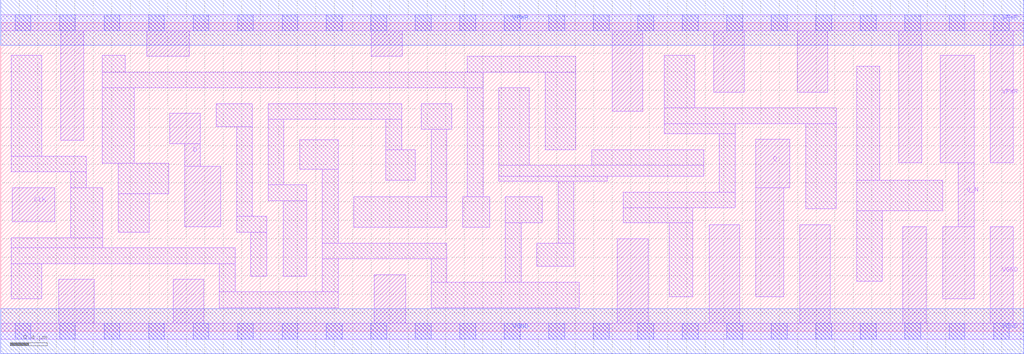
<source format=lef>
# Copyright 2020 The SkyWater PDK Authors
#
# Licensed under the Apache License, Version 2.0 (the "License");
# you may not use this file except in compliance with the License.
# You may obtain a copy of the License at
#
#     https://www.apache.org/licenses/LICENSE-2.0
#
# Unless required by applicable law or agreed to in writing, software
# distributed under the License is distributed on an "AS IS" BASIS,
# WITHOUT WARRANTIES OR CONDITIONS OF ANY KIND, either express or implied.
# See the License for the specific language governing permissions and
# limitations under the License.
#
# SPDX-License-Identifier: Apache-2.0

VERSION 5.7 ;
  NAMESCASESENSITIVE ON ;
  NOWIREEXTENSIONATPIN ON ;
  DIVIDERCHAR "/" ;
  BUSBITCHARS "[]" ;
UNITS
  DATABASE MICRONS 200 ;
END UNITS
MACRO sky130_fd_sc_ls__dfxbp_2
  CLASS CORE ;
  SOURCE USER ;
  FOREIGN sky130_fd_sc_ls__dfxbp_2 ;
  ORIGIN  0.000000  0.000000 ;
  SIZE  11.04000 BY  3.330000 ;
  SYMMETRY X Y ;
  SITE unit ;
  PIN D
    ANTENNAGATEAREA  0.126000 ;
    DIRECTION INPUT ;
    USE SIGNAL ;
    PORT
      LAYER li1 ;
        RECT 1.825000 2.025000 2.155000 2.355000 ;
        RECT 1.985000 1.125000 2.375000 1.780000 ;
        RECT 1.985000 1.780000 2.155000 2.025000 ;
    END
  END D
  PIN Q
    ANTENNADIFFAREA  0.543200 ;
    DIRECTION OUTPUT ;
    USE SIGNAL ;
    PORT
      LAYER li1 ;
        RECT 8.145000 0.370000 8.450000 1.550000 ;
        RECT 8.145000 1.550000 8.515000 2.070000 ;
    END
  END Q
  PIN Q_N
    ANTENNADIFFAREA  0.543200 ;
    DIRECTION OUTPUT ;
    USE SIGNAL ;
    PORT
      LAYER li1 ;
        RECT 10.140000 1.820000 10.505000 2.980000 ;
        RECT 10.165000 0.350000 10.505000 1.130000 ;
        RECT 10.335000 1.130000 10.505000 1.820000 ;
    END
  END Q_N
  PIN CLK
    ANTENNAGATEAREA  0.279000 ;
    DIRECTION INPUT ;
    USE CLOCK ;
    PORT
      LAYER li1 ;
        RECT 0.125000 1.180000 0.585000 1.550000 ;
    END
  END CLK
  PIN VGND
    DIRECTION INOUT ;
    SHAPE ABUTMENT ;
    USE GROUND ;
    PORT
      LAYER li1 ;
        RECT  0.000000 -0.085000 11.040000 0.085000 ;
        RECT  0.625000  0.085000  1.010000 0.560000 ;
        RECT  1.860000  0.085000  2.190000 0.560000 ;
        RECT  4.030000  0.085000  4.370000 0.610000 ;
        RECT  6.655000  0.085000  6.985000 1.000000 ;
        RECT  7.645000  0.085000  7.975000 1.150000 ;
        RECT  8.620000  0.085000  8.950000 1.150000 ;
        RECT  9.735000  0.085000  9.985000 1.130000 ;
        RECT 10.675000  0.085000 10.925000 1.130000 ;
      LAYER mcon ;
        RECT  0.155000 -0.085000  0.325000 0.085000 ;
        RECT  0.635000 -0.085000  0.805000 0.085000 ;
        RECT  1.115000 -0.085000  1.285000 0.085000 ;
        RECT  1.595000 -0.085000  1.765000 0.085000 ;
        RECT  2.075000 -0.085000  2.245000 0.085000 ;
        RECT  2.555000 -0.085000  2.725000 0.085000 ;
        RECT  3.035000 -0.085000  3.205000 0.085000 ;
        RECT  3.515000 -0.085000  3.685000 0.085000 ;
        RECT  3.995000 -0.085000  4.165000 0.085000 ;
        RECT  4.475000 -0.085000  4.645000 0.085000 ;
        RECT  4.955000 -0.085000  5.125000 0.085000 ;
        RECT  5.435000 -0.085000  5.605000 0.085000 ;
        RECT  5.915000 -0.085000  6.085000 0.085000 ;
        RECT  6.395000 -0.085000  6.565000 0.085000 ;
        RECT  6.875000 -0.085000  7.045000 0.085000 ;
        RECT  7.355000 -0.085000  7.525000 0.085000 ;
        RECT  7.835000 -0.085000  8.005000 0.085000 ;
        RECT  8.315000 -0.085000  8.485000 0.085000 ;
        RECT  8.795000 -0.085000  8.965000 0.085000 ;
        RECT  9.275000 -0.085000  9.445000 0.085000 ;
        RECT  9.755000 -0.085000  9.925000 0.085000 ;
        RECT 10.235000 -0.085000 10.405000 0.085000 ;
        RECT 10.715000 -0.085000 10.885000 0.085000 ;
      LAYER met1 ;
        RECT 0.000000 -0.245000 11.040000 0.245000 ;
    END
  END VGND
  PIN VPWR
    DIRECTION INOUT ;
    SHAPE ABUTMENT ;
    USE POWER ;
    PORT
      LAYER li1 ;
        RECT  0.000000 3.245000 11.040000 3.415000 ;
        RECT  0.645000 2.060000  0.895000 3.245000 ;
        RECT  1.575000 2.965000  2.035000 3.245000 ;
        RECT  4.000000 2.965000  4.330000 3.245000 ;
        RECT  6.600000 2.375000  6.930000 3.245000 ;
        RECT  7.695000 2.580000  8.025000 3.245000 ;
        RECT  8.595000 2.580000  8.925000 3.245000 ;
        RECT  9.690000 1.820000  9.940000 3.245000 ;
        RECT 10.675000 1.820000 10.925000 3.245000 ;
      LAYER mcon ;
        RECT  0.155000 3.245000  0.325000 3.415000 ;
        RECT  0.635000 3.245000  0.805000 3.415000 ;
        RECT  1.115000 3.245000  1.285000 3.415000 ;
        RECT  1.595000 3.245000  1.765000 3.415000 ;
        RECT  2.075000 3.245000  2.245000 3.415000 ;
        RECT  2.555000 3.245000  2.725000 3.415000 ;
        RECT  3.035000 3.245000  3.205000 3.415000 ;
        RECT  3.515000 3.245000  3.685000 3.415000 ;
        RECT  3.995000 3.245000  4.165000 3.415000 ;
        RECT  4.475000 3.245000  4.645000 3.415000 ;
        RECT  4.955000 3.245000  5.125000 3.415000 ;
        RECT  5.435000 3.245000  5.605000 3.415000 ;
        RECT  5.915000 3.245000  6.085000 3.415000 ;
        RECT  6.395000 3.245000  6.565000 3.415000 ;
        RECT  6.875000 3.245000  7.045000 3.415000 ;
        RECT  7.355000 3.245000  7.525000 3.415000 ;
        RECT  7.835000 3.245000  8.005000 3.415000 ;
        RECT  8.315000 3.245000  8.485000 3.415000 ;
        RECT  8.795000 3.245000  8.965000 3.415000 ;
        RECT  9.275000 3.245000  9.445000 3.415000 ;
        RECT  9.755000 3.245000  9.925000 3.415000 ;
        RECT 10.235000 3.245000 10.405000 3.415000 ;
        RECT 10.715000 3.245000 10.885000 3.415000 ;
      LAYER met1 ;
        RECT 0.000000 3.085000 11.040000 3.575000 ;
    END
  END VPWR
  OBS
    LAYER li1 ;
      RECT 0.115000 0.350000  0.445000 0.730000 ;
      RECT 0.115000 0.730000  2.530000 0.900000 ;
      RECT 0.115000 0.900000  1.100000 1.010000 ;
      RECT 0.115000 1.720000  0.925000 1.890000 ;
      RECT 0.115000 1.890000  0.445000 2.980000 ;
      RECT 0.755000 1.010000  1.100000 1.550000 ;
      RECT 0.755000 1.550000  0.925000 1.720000 ;
      RECT 1.095000 1.815000  1.440000 2.625000 ;
      RECT 1.095000 2.625000  5.205000 2.795000 ;
      RECT 1.095000 2.795000  1.345000 2.980000 ;
      RECT 1.270000 1.070000  1.600000 1.485000 ;
      RECT 1.270000 1.485000  1.815000 1.815000 ;
      RECT 2.325000 2.205000  2.715000 2.455000 ;
      RECT 2.360000 0.255000  3.640000 0.425000 ;
      RECT 2.360000 0.425000  2.530000 0.730000 ;
      RECT 2.545000 1.070000  2.870000 1.240000 ;
      RECT 2.545000 1.240000  2.715000 2.205000 ;
      RECT 2.700000 0.595000  2.870000 1.070000 ;
      RECT 2.885000 1.410000  3.300000 1.580000 ;
      RECT 2.885000 1.580000  3.055000 2.285000 ;
      RECT 2.885000 2.285000  4.325000 2.455000 ;
      RECT 3.050000 0.595000  3.300000 1.410000 ;
      RECT 3.225000 1.750000  3.640000 2.065000 ;
      RECT 3.470000 0.425000  3.640000 0.780000 ;
      RECT 3.470000 0.780000  4.815000 0.950000 ;
      RECT 3.470000 0.950000  3.640000 1.750000 ;
      RECT 3.810000 1.120000  4.815000 1.450000 ;
      RECT 4.155000 1.630000  4.475000 1.960000 ;
      RECT 4.155000 1.960000  4.325000 2.285000 ;
      RECT 4.535000 2.180000  4.865000 2.455000 ;
      RECT 4.645000 0.255000  6.240000 0.530000 ;
      RECT 4.645000 0.530000  4.815000 0.780000 ;
      RECT 4.645000 1.450000  4.815000 2.180000 ;
      RECT 4.985000 1.120000  5.275000 1.450000 ;
      RECT 5.035000 1.450000  5.205000 2.625000 ;
      RECT 5.035000 2.795000  6.205000 2.965000 ;
      RECT 5.375000 1.620000  6.545000 1.670000 ;
      RECT 5.375000 1.670000  7.585000 1.790000 ;
      RECT 5.375000 1.790000  5.705000 2.625000 ;
      RECT 5.445000 0.530000  5.615000 1.170000 ;
      RECT 5.445000 1.170000  5.845000 1.450000 ;
      RECT 5.785000 0.700000  6.185000 0.950000 ;
      RECT 5.875000 1.960000  6.205000 2.795000 ;
      RECT 6.015000 0.950000  6.185000 1.620000 ;
      RECT 6.375000 1.790000  7.585000 1.960000 ;
      RECT 6.715000 1.170000  7.465000 1.330000 ;
      RECT 6.715000 1.330000  7.925000 1.500000 ;
      RECT 7.160000 2.130000  7.925000 2.240000 ;
      RECT 7.160000 2.240000  9.015000 2.410000 ;
      RECT 7.160000 2.410000  7.490000 2.980000 ;
      RECT 7.215000 0.370000  7.465000 1.170000 ;
      RECT 7.755000 1.500000  7.925000 2.130000 ;
      RECT 8.685000 1.320000  9.015000 2.240000 ;
      RECT 9.235000 0.540000  9.510000 1.300000 ;
      RECT 9.235000 1.300000 10.165000 1.630000 ;
      RECT 9.235000 1.630000  9.485000 2.860000 ;
  END
END sky130_fd_sc_ls__dfxbp_2

</source>
